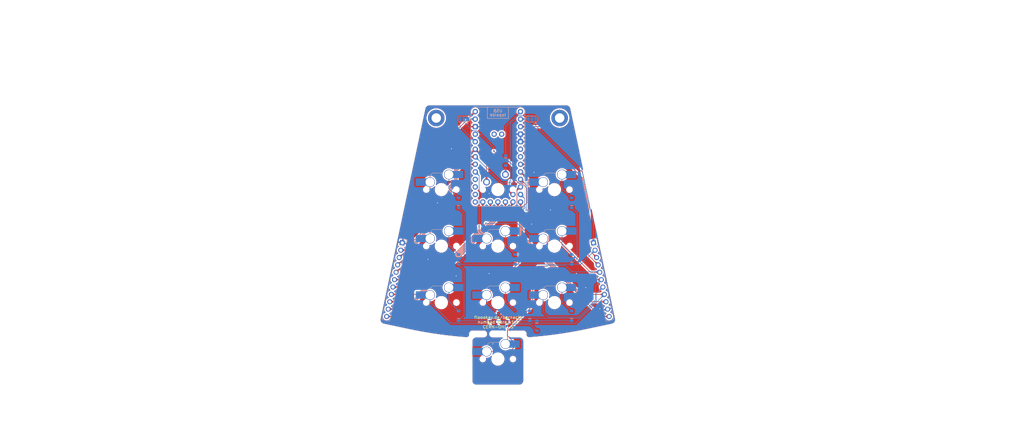
<source format=kicad_pcb>
(kicad_pcb (version 20241229) (generator "pcbnew") (generator_version "9.0")
  (layers (0 "F.Cu" signal) (2 "B.Cu" signal) (13 "F.Paste" user) (15 "B.Paste" user) (5 "F.SilkS" user "F.Silkscreen") (7 "B.SilkS" user "B.Silkscreen") (1 "F.Mask" user) (3 "B.Mask" user) (25 "Edge.Cuts" user))
  (net 0 "")
  (net 1 "col5")
  (net 2 "Net-(D1-A)")
  (net 3 "row2")
  (net 4 "row0")
  (net 5 "col4")
  (net 6 "col2")
  (net 7 "col3")
  (net 8 "row1")
  (net 9 "row3")
  (net 10 "col0")
  (net 11 "col1")
  (net 12 "col8")
  (net 13 "row5")
  (net 14 "col10")
  (net 15 "col6")
  (net 16 "GND")
  (net 17 "col9")
  (net 18 "row4")
  (net 19 "col7")
  (net 20 "col11")
  (net 21 "Net-(D2-A)")
  (net 22 "Net-(D3-A)")
  (net 23 "Net-(D4-A)")
  (net 24 "Net-(D5-A)")
  (net 27 "Net-(D6-A)")
  (net 28 "enc2")
  (net 29 "enc3")
  (net 30 "Net-(D7-A)")
  (net 32 "Net-(D8-A)")
  (net 33 "Net-(D9-A)")
  (net 34 "rgb")
  (net 35 "sda")
  (net 36 "vcc")
  (net 37 "scl")
  (net 38 "enc1")
  (net 39 "vccrgb")
  (net 40 "enc0")
  (net 41 "Net-(JP3-B)")
  (net 42 "Net-(JP3-A)")
  (net 43 "Net-(JP4-A)")
  (net 44 "Net-(D10-A)")
  (footprint "MountingHole:MountingHole_3.2mm_M3_DIN965_Pad" (layer "F.Cu") (at 219.0026 138.860167)
    (property "Reference" "H2" (hide yes))
    (property "Value" "MountingHole")
  )
  (footprint "MountingHole:MountingHole_3.2mm_M3_DIN965_Pad" (layer "F.Cu") (at 177.4406 138.860167)
    (property "Reference" "H1" (hide yes))
    (property "Value" "MountingHole")
  )
  (footprint "Symbol:OSHW-Symbol_6.7x6mm_Copper" (layer "F.Cu") (at 198.4375 207.168924)
    (property "Reference" "REF**" (hide yes))
    (property "Value" "OSHW-Symbol_6.7x6mm_Copper" (hide yes))
  )
  (footprint "PCM_marbastlib-mx:SW_MX_1u" (layer "F.Cu") (at 198.195 163)
    (property "Reference" "SW2" (hide yes))
    (property "Value" "SW_Push_45deg")
  )
  (footprint "Connector_PinHeader_2.54mm:PinHeader_1x11_P2.54mm_Vertical" (layer "B.Cu") (at 230.399607 180.945708 -168)
    (property "Reference" "J2" (hide yes))
    (property "Value" "Conn_01x11")
  )
  (footprint "PCM_marbastlib-mx:SW_MX_HS_S_CPG151101S11_1u" (layer "B.Cu") (at 198.195 220.15 180)
    (property "Reference" "SW10" (hide yes))
    (property "Value" "SW_Push_45deg" (hide yes))
  )
  (footprint "PCM_marbastlib-mx:SW_MX_HS_S_CPG151101S11_1u" (layer "B.Cu") (at 179.145 182.05 180)
    (property "Reference" "SW4" (hide yes))
    (property "Value" "SW_Push_45deg")
  )
  (footprint "Connector_PinHeader_2.54mm:PinHeader_1x11_P2.54mm_Vertical" (layer "B.Cu") (at 166.008871 180.945708 168)
    (property "Reference" "J1" (hide yes))
    (property "Value" "Conn_01x11")
  )
  (footprint "PCM_marbastlib-mx:SW_MX_HS_S_CPG151101S11_1u" (layer "B.Cu") (at 198.195 201.1 180)
    (property "Reference" "SW8" (hide yes))
    (property "Value" "SW_Push_45deg")
  )
  (footprint "barnacle:D_SOD-123-minimal" (layer "B.Cu") (at 184.94375 186.53125 90)
    (property "Reference" "D4" (hide yes))
    (property "Value" "D")
  )
  (footprint "Jumper:SolderJumper-3_P1.3mm_Open_RoundedPad1.0x1.5mm" (layer "B.Cu") (at 209.677 139.192 180)
    (property "Reference" "JP3" (hide yes))
    (property "Value" "Jumper_3_Open")
  )
  (footprint "barnacle:D_SOD-123-minimal" (layer "B.Cu") (at 184.94375 205.58125 90)
    (property "Reference" "D7" (hide yes))
    (property "Value" "D")
  )
  (footprint "barnacle:D_SOD-123-minimal" (layer "B.Cu") (at 223.04375 167.48125 90)
    (property "Reference" "D3" (hide yes))
    (property "Value" "D")
  )
  (footprint "barnacle:D_SOD-123-minimal" (layer "B.Cu") (at 200.81875 153.19375 -90)
    (property "Reference" "D2" (hide yes))
    (property "Value" "D")
  )
  (footprint "PCM_marbastlib-xp-promicroish:Helios_AH_USBup" (layer "B.Cu") (at 198.200946 153.2 180)
    (property "Reference" "U1" (hide yes))
    (property "Value" "Helios")
  )
  (footprint "barnacle:D_SOD-123-minimal" (layer "B.Cu") (at 223.04375 186.53125 90)
    (property "Reference" "D6" (hide yes))
    (property "Value" "D")
  )
  (footprint "barnacle:D_SOD-123-minimal" (layer "B.Cu") (at 223.04375 205.58125 90)
    (property "Reference" "D9" (hide yes))
    (property "Value" "D")
  )
  (footprint "PCM_marbastlib-mx:SW_MX_HS_S_CPG151101S11_1u" (layer "B.Cu") (at 217.245 182.05 180)
    (property "Reference" "SW6" (hide yes))
    (property "Value" "SW_Push_45deg")
  )
  (footprint "barnacle:D_SOD-123-minimal" (layer "B.Cu") (at 208.954863 205.58125 90)
    (property "Reference" "D8" (hide yes))
    (property "Value" "D")
  )
  (footprint "barnacle:D_SOD-123-minimal" (layer "B.Cu") (at 184.94375 167.48125 90)
    (property "Reference" "D1" (hide yes))
    (property "Value" "D")
  )
  (footprint "PCM_marbastlib-mx:SW_MX_HS_S_CPG151101S11_1u" (layer "B.Cu") (at 217.245 163 180)
    (property "Reference" "SW3" (hide yes))
    (property "Value" "SW_Push_45deg")
  )
  (footprint "PCM_marbastlib-mx:SW_MX_HS_S_CPG151101S11_1u" (layer "B.Cu") (at 179.145 163 180)
    (property "Reference" "SW1" (hide yes))
    (property "Value" "SW_Push_45deg")
  )
  (footprint "PCM_marbastlib-mx:SW_MX_HS_S_CPG151101S11_1u" (layer "B.Cu") (at 217.245 201.1 180)
    (property "Reference" "SW9" (hide yes))
    (property "Value" "SW_Push_45deg")
  )
  (footprint "Jumper:SolderJumper-3_P1.3mm_Open_RoundedPad1.0x1.5mm" (layer "B.Cu") (at 186.69 139.192 180)
    (property "Reference" "JP4" (hide yes))
    (property "Value" "Jumper_3_Open")
  )
  (footprint "barnacle:D_SOD-123-minimal" (layer "B.Cu") (at 211.336115 208.954863 -90)
    (property "Reference" "D10" (hide yes))
    (property "Value" "D" (hide yes))
  )
  (footprint "barnacle:D_SOD-123-minimal" (layer "B.Cu") (at 203.99375 186.53125 90)
    (property "Reference" "D5" (hide yes))
    (property "Value" "D")
  )
  (footprint "PCM_marbastlib-mx:SW_MX_HS_S_CPG151101S11_1u" (layer "B.Cu") (at 179.145 201.1 180)
    (property "Reference" "SW7" (hide yes))
    (property "Value" "SW_Push_45deg")
  )
  (footprint "PCM_marbastlib-mx:SW_MX_HS_S_CPG151101S11_1u" (layer "B.Cu") (at 198.195 182.05 180)
    (property "Reference" "SW5" (hide yes))
    (property "Value" "SW_Push_45deg")
  )
  (gr_arc (start 228.182275 210.148728) (mid 218.529391 211.860023) (end 208.78258 212.911875) (stroke (width 0.05)) (layer "Edge.Cuts"))
  (gr_line (start 205.415373 212.676928) (end 202.946623 212.676928) (stroke (width 0.05)) (layer "Edge.Cuts"))
  (gr_line (start 206.915373 227.433181) (end 206.915373 214.176931) (stroke (width 0.05)) (layer "Edge.Cuts"))
  (gr_line (start 189.452873 214.176929) (end 189.452873 227.433177) (stroke (width 0.05)) (layer "Edge.Cuts"))
  (gr_arc (start 188.659123 211.676927) (mid 188.952016 210.969821) (end 189.659122 210.676928) (stroke (width 0.05)) (layer "Edge.Cuts"))
  (gr_line (start 159.715689 208.348314) (end 168.185996 210.148733) (stroke (width 0.05)) (layer "Edge.Cuts"))
  (gr_arc (start 221.259823 134.430973) (mid 222.203779 134.765237) (end 222.726998 135.619105) (stroke (width 0.05)) (layer "Edge.Cuts"))
  (gr_line (start 236.646391 208.349624) (end 228.182275 210.148728) (stroke (width 0.05)) (layer "Edge.Cuts"))
  (gr_arc (start 188.659123 211.914575) (mid 188.339764 212.647193) (end 187.585667 212.911875) (stroke (width 0.05)) (layer "Edge.Cuts"))
  (gr_line (start 175.10847 134.430973) (end 221.259823 134.430973) (stroke (width 0.05)) (layer "Edge.Cuts"))
  (gr_arc (start 202.946623 212.676928) (mid 201.946626 211.676931) (end 202.946623 210.676934) (stroke (width 0.05)) (layer "Edge.Cuts"))
  (gr_arc (start 237.807903 206.569181) (mid 237.59868 207.698025) (end 236.646391 208.349624) (stroke (width 0.05)) (layer "Edge.Cuts"))
  (gr_line (start 222.726998 135.619105) (end 237.807903 206.569181) (stroke (width 0.05)) (layer "Edge.Cuts"))
  (gr_arc (start 199.946623 210.676928) (mid 200.946623 211.676928) (end 199.946623 212.676928) (stroke (width 0.05)) (layer "Edge.Cuts"))
  (gr_line (start 193.421623 212.676928) (end 190.952874 212.676928) (stroke (width 0.05)) (layer "Edge.Cuts"))
  (gr_line (start 189.659122 210.676928) (end 193.421623 210.676928) (stroke (width 0.05)) (layer "Edge.Cuts"))
  (gr_arc (start 193.421623 210.676928) (mid 194.421623 211.676928) (end 193.421623 212.676928) (stroke (width 0.05)) (layer "Edge.Cuts"))
  (gr_line (start 158.560334 206.569224) (end 173.641248 135.619104) (stroke (width 0.05)) (layer "Edge.Cuts"))
  (gr_arc (start 189.452873 214.176929) (mid 189.892213 213.116268) (end 190.952874 212.676928) (stroke (width 0.05)) (layer "Edge.Cuts"))
  (gr_arc (start 196.421623 212.676928) (mid 195.421623 211.676928) (end 196.421623 210.676928) (stroke (width 0.05)) (layer "Edge.Cuts"))
  (gr_line (start 188.659123 211.914576) (end 188.659123 211.676928) (stroke (width 0.05)) (layer "Edge.Cuts"))
  (gr_arc (start 206.915373 227.433181) (mid 206.476034 228.49384) (end 205.415373 228.933181) (stroke (width 0.05)) (layer "Edge.Cuts"))
  (gr_line (start 202.946623 210.676934) (end 206.709123 210.676928) (stroke (width 0.05)) (layer "Edge.Cuts"))
  (gr_line (start 196.421623 210.676928) (end 199.946623 210.676928) (stroke (width 0.05)) (layer "Edge.Cuts"))
  (gr_arc (start 173.641248 135.619104) (mid 174.164489 134.765254) (end 175.10847 134.430973) (stroke (width 0.05)) (layer "Edge.Cuts"))
  (gr_arc (start 190.952874 228.933178) (mid 189.892213 228.493838) (end 189.452873 227.433177) (stroke (width 0.05)) (layer "Edge.Cuts"))
  (gr_line (start 196.421623 212.676928) (end 199.946623 212.676928) (stroke (width 0.05)) (layer "Edge.Cuts"))
  (gr_line (start 190.952874 228.933178) (end 205.415373 228.933181) (stroke (width 0.05)) (layer "Edge.Cuts"))
  (gr_arc (start 206.709123 210.676928) (mid 207.416231 210.969821) (end 207.709123 211.668961) (stroke (width 0.05)) (layer "Edge.Cuts"))
  (gr_line (start 207.709138 211.909084) (end 207.709123 211.667101) (stroke (width 0.05)) (layer "Edge.Cuts"))
  (gr_arc (start 159.715689 208.348314) (mid 158.76955 207.698051) (end 158.560334 206.569224) (stroke (width 0.05)) (layer "Edge.Cuts"))
  (gr_arc (start 208.782579 212.911875) (mid 208.02848 212.647194) (end 207.709123 211.909084) (stroke (width 0.05)) (layer "Edge.Cuts"))
  (gr_arc (start 205.415373 212.676928) (mid 206.476034 213.116268) (end 206.915373 214.176931) (stroke (width 0.05)) (layer "Edge.Cuts"))
  (gr_arc (start 187.585667 212.911875) (mid 177.838858 211.860024) (end 168.185996 210.148733) (stroke (width 0.05)) (layer "Edge.Cuts"))
  (gr_text "floookay.de/barnacle\nnumpad core v1.1\nCERN-OHL-S" (at 198.275 209.9 0) (layer "F.SilkS") (effects (font (size 1 1)) (justify bottom)))
  (segment (start 162.840297 195.852677) (end 173.021862 195.852677) (width 0.2) (layer "F.Cu") (net 1))
  (segment (start 173.021862 195.852677) (end 193.120946 175.753593) (width 0.2) (layer "F.Cu") (net 1))
  (segment (start 193.120946 175.41875) (end 193.120946 167.17) (width 0.2) (layer "F.Cu") (net 1))
  (segment (start 193.120946 175.753593) (end 193.120946 175.41875) (width 0.2) (layer "F.Cu") (net 1))
  (segment (start 193.172946 175.41875) (end 194.217722 174.373974) (width 0.2) (layer "F.Cu") (net 1))
  (segment (start 193.120946 175.41875) (end 193.172946 175.41875) (width 0.2) (layer "F.Cu") (net 1))
  (via (at 194.217722 174.373974) (size 0.6) (drill 0.3) (layers "F.Cu" "B.Cu") (net 1))
  (segment (start 204.748974 174.373974) (end 209.885 179.51) (width 0.2) (layer "B.Cu") (net 1))
  (segment (start 194.217722 174.373974) (end 204.748974 174.373974) (width 0.2) (layer "B.Cu") (net 1))
  (segment (start 184.94375 165.83125) (end 181.685 162.5725) (width 0.2) (layer "B.Cu") (net 2))
  (segment (start 181.685 162.5725) (end 181.685 157.92) (width 0.2) (layer "B.Cu") (net 2))
  (segment (start 167.265435 203.306162) (end 200.740946 169.830651) (width 0.2) (layer "F.Cu") (net 3))
  (segment (start 161.25601 203.306162) (end 167.265435 203.306162) (width 0.2) (layer "F.Cu") (net 3))
  (segment (start 200.740946 169.830651) (end 200.740946 167.17) (width 0.2) (layer "F.Cu") (net 3))
  (segment (start 162.312201 198.337172) (end 171.103053 198.337172) (width 0.2) (layer "F.Cu") (net 4))
  (segment (start 171.103053 198.337172) (end 195.660946 173.779279) (width 0.2) (layer "F.Cu") (net 4))
  (segment (start 195.660946 173.779279) (end 195.660946 167.17) (width 0.2) (layer "F.Cu") (net 4))
  (segment (start 191.29375 177.00625) (end 191.89 176.41) (width 0.2) (layer "F.Cu") (net 5))
  (segment (start 191.89 176.41) (end 191.89 175.41875) (width 0.2) (layer "F.Cu") (net 5))
  (segment (start 191.29375 177.015103) (end 191.29375 177.00625) (width 0.2) (layer "F.Cu") (net 5))
  (segment (start 174.94067 193.368183) (end 191.29375 177.015103) (width 0.2) (layer "F.Cu") (net 5))
  (segment (start 163.368394 193.368183) (end 174.94067 193.368183) (width 0.2) (layer "F.Cu") (net 5))
  (via (at 191.89 175.41875) (size 0.6) (drill 0.3) (layers "F.Cu" "B.Cu") (net 5))
  (segment (start 191.89 158.319054) (end 191.89 175.41875) (width 0.2) (layer "B.Cu") (net 5))
  (segment (start 191.89 175.41875) (end 191.89 177.015) (width 0.2) (layer "B.Cu") (net 5))
  (segment (start 191.89 177.015) (end 194.385 179.51) (width 0.2) (layer "B.Cu") (net 5))
  (segment (start 190.580946 157.01) (end 191.89 158.319054) (width 0.2) (layer "B.Cu") (net 5))
  (segment (start 188.606632 151.93) (end 190.580946 151.93) (width 0.2) (layer "F.Cu") (net 6))
  (segment (start 164.424584 188.399193) (end 167.779032 185.044745) (width 0.2) (layer "F.Cu") (net 6))
  (segment (start 184.035 160.224436) (end 184.035 156.501632) (width 0.2) (layer "F.Cu") (net 6))
  (segment (start 182.16875 169.264314) (end 182.16875 162.090686) (width 0.2) (layer "F.Cu") (net 6))
  (segment (start 167.779032 185.044745) (end 167.779032 183.654032) (width 0.2) (layer "F.Cu") (net 6))
  (segment (start 182.16875 162.090686) (end 184.035 160.224436) (width 0.2) (layer "F.Cu") (net 6))
  (segment (start 167.779032 183.654032) (end 182.16875 169.264314) (width 0.2) (layer "F.Cu") (net 6))
  (segment (start 184.035 156.501632) (end 188.606632 151.93) (width 0.2) (layer "F.Cu") (net 6))
  (segment (start 209.885 160.46) (end 209.595 160.75) (width 0.2) (layer "B.Cu") (net 6))
  (segment (start 209.595 160.75) (end 199.400946 160.75) (width 0.2) (layer "B.Cu") (net 6))
  (segment (start 199.400946 160.75) (end 190.580946 151.93) (width 0.2) (layer "B.Cu") (net 6))
  (segment (start 168.179032 183.819718) (end 172.48875 179.51) (width 0.2) (layer "F.Cu") (net 7))
  (segment (start 182.56875 162.256372) (end 184.435 160.390122) (width 0.2) (layer "F.Cu") (net 7))
  (segment (start 166.375982 188.404194) (end 166.375982 187.013481) (width 0.2) (layer "F.Cu") (net 7))
  (segment (start 175.335 176.66375) (end 182.56875 169.43) (width 0.2) (layer "F.Cu") (net 7))
  (segment (start 163.896488 190.883688) (end 166.375982 188.404194) (width 0.2) (layer "F.Cu") (net 7))
  (segment (start 186.632318 154.47) (end 190.580946 154.47) (width 0.2) (layer "F.Cu") (net 7))
  (segment (start 172.48875 179.51) (end 175.335 179.51) (width 0.2) (layer "F.Cu") (net 7))
  (segment (start 168.179032 185.210431) (end 168.179032 183.819718) (width 0.2) (layer "F.Cu") (net 7))
  (segment (start 184.435 160.390122) (end 184.435 156.667318) (width 0.2) (layer "F.Cu") (net 7))
  (segment (start 184.435 156.667318) (end 186.632318 154.47) (width 0.2) (layer "F.Cu") (net 7))
  (segment (start 182.56875 169.43) (end 182.56875 162.256372) (width 0.2) (layer "F.Cu") (net 7))
  (segment (start 166.375982 187.013481) (end 168.179032 185.210431) (width 0.2) (layer "F.Cu") (net 7))
  (segment (start 175.335 179.51) (end 175.335 176.66375) (width 0.2) (layer "F.Cu") (net 7))
  (segment (start 161.784105 200.821667) (end 169.184244 200.821667) (width 0.2) (layer "F.Cu") (net 8))
  (segment (start 169.184244 200.821667) (end 198.200946 171.804965) (width 0.2) (layer "F.Cu") (net 8))
  (segment (start 198.200946 171.804965) (end 198.200946 167.17) (width 0.2) (layer "F.Cu") (net 8))
  (segment (start 203.280946 167.856337) (end 202.068533 169.06875) (width 0.2) (layer "F.Cu") (net 9))
  (segment (start 165.346626 205.790657) (end 202.068533 169.06875) (width 0.2) (layer "F.Cu") (net 9))
  (segment (start 160.727914 205.790657) (end 165.346626 205.790657) (width 0.2) (layer "F.Cu") (net 9))
  (segment (start 203.280946 167.17) (end 203.280946 167.856337) (width 0.2) (layer "F.Cu") (net 9))
  (segment (start 175.335 160.46) (end 175.335 151.935946) (width 0.2) (layer "F.Cu") (net 10))
  (segment (start 175.335 174.778059) (end 175.335 160.46) (width 0.2) (layer "F.Cu") (net 10))
  (segment (start 175.335 151.935946) (end 190.580946 136.69) (width 0.2) (layer "F.Cu") (net 10))
  (segment (start 165.480775 183.430203) (end 166.682856 183.430203) (width 0.2) (layer "F.Cu") (net 10))
  (segment (start 166.682856 183.430203) (end 175.335 174.778059) (width 0.2) (layer "F.Cu") (net 10))
  (segment (start 181.76875 169.098628) (end 181.76875 161.925) (width 0.2) (layer "F.Cu") (net 11))
  (segment (start 183.635 160.05875) (end 183.635 156.335946) (width 0.2) (layer "F.Cu") (net 11))
  (segment (start 190.580946 149.39) (end 194.385 153.194054) (width 0.2) (layer "F.Cu") (net 11))
  (segment (start 194.385 153.194054) (end 194.385 160.46) (width 0.2) (layer "F.Cu") (net 11))
  (segment (start 183.635 156.335946) (end 190.580946 149.39) (width 0.2) (layer "F.Cu") (net 11))
  (segment (start 181.76875 161.925) (end 183.635 160.05875) (width 0.2) (layer "F.Cu") (net 11))
  (segment (start 164.95268 185.914698) (end 181.76875 169.098628) (width 0.2) (layer "F.Cu") (net 11))
  (segment (start 209.885326 171.908424) (end 207.860337 169.883435) (width 0.2) (layer "F.Cu") (net 12))
  (segment (start 222.052742 193.368184) (end 214.764154 186.079596) (width 0.2) (layer "F.Cu") (net 12))
  (segment (start 214.764154 186.079596) (end 214.764154 180.938563) (width 0.2) (layer "F.Cu") (net 12))
  (segment (start 215.385 180.317717) (end 215.385 177.408098) (width 0.2) (layer "F.Cu") (net 12))
  (segment (start 215.385 177.408098) (end 209.885326 171.908424) (width 0.2) (layer "F.Cu") (net 12))
  (segment (start 214.764154 180.938563) (end 215.385 180.317717) (width 0.2) (layer "F.Cu") (net 12))
  (segment (start 207.756915 161.485969) (end 207.7625 161.485969) (width 0.2) (layer "F.Cu") (net 12))
  (segment (start 205.820946 159.55) (end 207.756915 161.485969) (width 0.2) (layer "F.Cu") (net 12))
  (segment (start 207.860337 169.883435) (end 207.765871 169.883435) (width 0.2) (layer "F.Cu") (net 12))
  (segment (start 233.040086 193.368184) (end 222.052742 193.368184) (width 0.2) (layer "F.Cu") (net 12))
  (via (at 207.7625 161.485969) (size 0.6) (drill 0.3) (layers "F.Cu" "B.Cu") (net 12))
  (via (at 207.765871 169.883435) (size 0.6) (drill 0.3) (layers "F.Cu" "B.Cu") (net 12))
  (segment (start 225.327077 205.975) (end 231.012007 200.29007) (width 0.2) (layer "B.Cu") (net 12))
  (segment (start 231.012007 195.396263) (end 233.040086 193.368184) (width 0.2) (layer "B.Cu") (net 12))
  (segment (start 207.765871 169.883435) (end 207.79614 169.853166) (width 0.2) (layer "B.Cu") (net 12))
  (segment (start 215.10625 205.975) (end 225.327077 205.975) (width 0.2) (layer "B.Cu") (net 12))
  (segment (start 213.435 204.30375) (end 215.10625 205.975) (width 0.2) (layer "B.Cu") (net 12))
  (segment (start 207.79614 169.853166) (end 207.79614 161.519609) (width 0.2) (layer "B.Cu") (net 12))
  (segment (start 207.79614 161.519609) (end 207.7625 161.485969) (width 0.2) (layer "B.Cu") (net 12))
  (segment (start 231.012007 200.29007) (end 231.012007 195.396263) (width 0.2) (layer "B.Cu") (net 12))
  (segment (start 213.435 198.56) (end 213.435 204.30375) (width 0.2) (layer "B.Cu") (net 12))
  (segment (start 186.81 190.0475) (end 184.94375 188.18125) (width 0.2) (layer "B.Cu") (net 13))
  (segment (start 184.94375 207.23125) (end 186.81 205.365) (width 0.2) (layer "B.Cu") (net 13))
  (segment (start 230.927702 183.430203) (end 226.176655 188.18125) (width 0.2) (layer "B.Cu") (net 13))
  (segment (start 224.91 186.315) (end 224.91 170.9975) (width 0.2) (layer "B.Cu") (net 13))
  (segment (start 184.94375 207.23125) (end 223.04375 207.23125) (width 0.2) (layer "B.Cu") (net 13))
  (segment (start 200.81875 151.54375) (end 200.81875 141.692196) (width 0.2) (layer "B.Cu") (net 13))
  (segment (start 224.91 170.9975) (end 223.04375 169.13125) (width 0.2) (layer "B.Cu") (net 13))
  (segment (start 186.81 186.315) (end 186.81 170.9975) (width 0.2) (layer "B.Cu") (net 13))
  (segment (start 223.04375 188.18125) (end 184.94375 188.18125) (width 0.2) (layer "B.Cu") (net 13))
  (segment (start 186.81 170.9975) (end 184.94375 169.13125) (width 0.2) (layer "B.Cu") (net 13))
  (segment (start 200.81875 141.692196) (end 205.820946 136.69) (width 0.2) (layer "B.Cu") (net 13))
  (segment (start 226.176655 188.18125) (end 223.04375 188.18125) (width 0.2) (layer "B.Cu") (net 13))
  (segment (start 223.04375 188.18125) (end 224.91 186.315) (width 0.2) (layer "B.Cu") (net 13))
  (segment (start 186.81 205.365) (end 186.81 190.0475) (width 0.2) (layer "B.Cu") (net 13))
  (segment (start 184.94375 188.18125) (end 186.81 186.315) (width 0.2) (layer "B.Cu") (net 13))
  (segment (start 226.663868 158.99282) (end 222.141048 154.47) (width 0.2) (layer "F.Cu") (net 14))
  (segment (start 222.141048 154.47) (end 205.820946 154.47) (width 0.2) (layer "F.Cu") (net 14))
  (segment (start 228.499406 167.628364) (end 226.663868 158.99282) (width 0.2) (layer "F.Cu") (net 14))
  (segment (start 231.983894 188.399193) (end 228.499406 184.914705) (width 0.2) (layer "F.Cu") (net 14))
  (segment (start 228.499406 184.914705) (end 228.499406 167.628364) (width 0.2) (layer "F.Cu") (net 14))
  (segment (start 206.620946 169.671334) (end 207.19614 169.09614) (width 0.2) (layer "F.Cu") (net 15))
  (segment (start 234.096277 198.337172) (end 226.456044 198.337172) (width 0.2) (layer "F.Cu") (net 15))
  (segment (start 226.456044 198.337172) (end 224.006311 195.887439) (width 0.2) (layer "F.Cu") (net 15))
  (segment (start 224.006311 195.887439) (end 206.940686 178.821814) (width 0.2) (layer "F.Cu") (net 15))
  (segment (start 206.620946 178.502074) (end 206.620946 170.65625) (width 0.2) (layer "F.Cu") (net 15))
  (segment (start 206.940686 178.821814) (end 206.620946 178.502074) (width 0.2) (layer "F.Cu") (net 15))
  (segment (start 206.620946 170.65625) (end 206.620946 169.671334) (width 0.2) (layer "F.Cu") (net 15))
  (via (at 207.19614 169.09614) (size 0.6) (drill 0.3) (layers "F.Cu" "B.Cu") (net 15))
  (segment (start 224.377586 208.055863) (end 182.497411 208.055863) (width 0.2) (layer "B.Cu") (net 15))
  (segment (start 207.16875 165.977804) (end 205.820946 164.63) (width 0.2) (layer "B.Cu") (net 15))
  (segment (start 182.497411 208.055863) (end 181.883274 207.441726) (width 0.2) (layer "B.Cu") (net 15))
  (segment (start 181.883274 207.441726) (end 182.422798 207.98125) (width 0.2) (layer "B.Cu") (net 15))
  (segment (start 234.096277 198.337172) (end 224.377586 208.055863) (width 0.2) (layer "B.Cu") (net 15))
  (segment (start 175.335 198.56) (end 175.335 200.893452) (width 0.2) (layer "B.Cu") (net 15))
  (segment (start 207.16875 169.06875) (end 207.16875 165.977804) (width 0.2) (layer "B.Cu") (net 15))
  (segment (start 194.45 207.98125) (end 194.46875 207.9625) (width 0.2) (layer "B.Cu") (net 15))
  (segment (start 207.19614 169.09614) (end 207.16875 169.06875) (width 0.2) (layer "B.Cu") (net 15))
  (segment (start 175.335 200.893452) (end 181.883274 207.441726) (width 0.2) (layer "B.Cu") (net 15))
  (via (at 232.56875 203.2) (size 0.6) (drill 0.3) (layers "F.Cu" "B.Cu") (net 16))
  (via (at 177.8 167.48125) (size 0.6) (drill 0.3) (layers "F.Cu" "B.Cu") (net 16))
  (via (at 227.80625 196.05625) (size 0.6) (drill 0.3) (layers "F.Cu" "B.Cu") (net 16))
  (via (at 195.2625 191.29375) (size 0.6) (drill 0.3) (layers "F.Cu" "B.Cu") (net 16))
  (via (at 182.5625 149.225) (size 0.6) (drill 0.3) (layers "F.Cu" "B.Cu") (net 16))
  (via (at 184.15 192.0875) (size 0.6) (drill 0.3) (layers "F.Cu" "B.Cu") (net 16))
  (via (at 174.625 186.53125) (size 0.6) (drill 0.3) (layers "F.Cu" "B.Cu") (net 16))
  (via (at 209.55 174.625) (size 0.6) (drill 0.3) (layers "F.Cu" "B.Cu") (net 16))
  (via (at 224.63125 191.29375) (size 0.6) (drill 0.3) (layers "F.Cu" "B.Cu") (net 16))
  (via (at 195.2625 164.30625) (size 0.6) (drill 0.3) (layers "F.Cu" "B.Cu") (net 16))
  (via (at 210.34375 157.1625) (size 0.6) (drill 0.3) (layers "F.Cu" "B.Cu") (net 16))
  (via (at 196.5 215) (size 0.6) (drill 0.3) (layers "F.Cu" "B.Cu") (net 16))
  (via (at 215.9 169.8625) (size 0.6) (drill 0.3) (layers "F.Cu" "B.Cu") (net 16))
  (segment (start 201.425 210.675) (end 209.9 202.2) (width 0.2) (layer "F.Cu") (net 17))
  (segment (start 208.3625 169.819912) (end 208.3625 159.551554) (width 0.2) (layer "F.Cu") (net 17))
  (segment (start 208.3625 159.551554) (end 205.820946 157.01) (width 0.2) (layer "F.Cu") (net 17))
  (segment (start 201.425 212.275) (end 201.425 210.675) (width 0.2) (layer "F.Cu") (net 17))
  (segment (start 203.525 214.375) (end 201.425 212.275) (width 0.2) (layer "F.Cu") (net 17))
  (segment (start 202.19 217.61) (end 203.525 216.275) (width 0.2) (layer "F.Cu") (net 17))
  (segment (start 209.9 190.675) (end 211.79375 188.78125) (width 0.2) (layer "F.Cu") (net 17))
  (segment (start 232.51199 190.883688) (end 229.426276 190.883688) (width 0.2) (layer "F.Cu") (net 17))
  (segment (start 194.385 217.61) (end 202.19 217.61) (width 0.2) (layer "F.Cu") (net 17))
  (segment (start 229.426276 190.883688) (end 208.3625 169.819912) (width 0.2) (layer "F.Cu") (net 17))
  (segment (start 203.525 216.275) (end 203.525 214.375) (width 0.2) (layer "F.Cu") (net 17))
  (segment (start 211.79375 188.78125) (end 214.65 188.78125) (width 0.2) (layer "F.Cu") (net 17))
  (segment (start 209.9 202.2) (end 209.9 190.675) (width 0.2) (layer "F.Cu") (net 17))
  (via (at 214.65 188.78125) (size 0.6) (drill 0.3) (layers "F.Cu" "B.Cu") (net 17))
  (segment (start 214.849 188.58225) (end 221.025 188.58225) (width 0.2) (layer "B.Cu") (net 17))
  (segment (start 221.025 188.58225) (end 223.1355 190.69275) (width 0.2) (layer "B.Cu") (net 17))
  (segment (start 214.65 188.78125) (end 214.849 188.58225) (width 0.2) (layer "B.Cu") (net 17))
  (segment (start 223.1355 190.69275) (end 232.321052 190.69275) (width 0.2) (layer "B.Cu") (net 17))
  (segment (start 232.321052 190.69275) (end 232.51199 190.883688) (width 0.2) (layer "B.Cu") (net 17))
  (segment (start 232.778157 205.790657) (end 205.820946 178.833446) (width 0.2) (layer "F.Cu") (net 18))
  (segment (start 235.680564 205.790657) (end 232.778157 205.790657) (width 0.2) (layer "F.Cu") (net 18))
  (segment (start 205.820946 178.833446) (end 205.820946 167.17) (width 0.2) (layer "F.Cu") (net 18))
  (segment (start 204.620946 168.26875) (end 205.420946 169.06875) (width 0.2) (layer "F.Cu") (net 19))
  (segment (start 204.620946 163.29) (end 204.620946 168.26875) (width 0.2) (layer "F.Cu") (net 19))
  (segment (start 205.420946 187.524054) (end 194.385 198.56) (width 0.2) (layer "F.Cu") (net 19))
  (segment (start 205.420946 169.06875) (end 205.420946 187.524054) (width 0.2) (layer "F.Cu") (net 19))
  (segment (start 205.820946 162.09) (end 204.620946 163.29) (width 0.2) (layer "F.Cu") (net 19))
  (segment (start 199.866548 206.375) (end 225.492763 206.375) (width 0.2) (layer "B.Cu") (net 19))
  (segment (start 194.385 200.893452) (end 199.866548 206.375) (width 0.2) (layer "B.Cu") (net 19))
  (segment (start 225.492763 206.375) (end 231.412007 200.455756) (width 0.2) (layer "B.Cu") (net 19))
  (segment (start 194.385 198.56) (end 194.385 200.893452) (width 0.2) (layer "B.Cu") (net 19))
  (segment (start 231.412007 200.455756) (end 231.412007 198.008851) (width 0.2) (layer "B.Cu") (net 19))
  (segment (start 231.412007 198.008851) (end 233.568181 195.852677) (width 0.2) (layer "B.Cu") (net 19))
  (segment (start 216.149848 141.77) (end 205.820946 141.77) (width 0.2) (layer "F.Cu") (net 20))
  (segment (start 228.899406 183.358305) (end 228.899406 167.586325) (width 0.2) (layer "F.Cu") (net 20))
  (segment (start 225.372272 150.992424) (end 216.149848 141.77) (width 0.2) (layer "F.Cu") (net 20))
  (segment (start 228.899406 167.586325) (end 225.372272 150.992424) (width 0.2) (layer "F.Cu") (net 20))
  (segment (start 231.455799 185.914698) (end 228.899406 183.358305) (width 0.2) (layer "F.Cu") (net 20))
  (segment (start 200.81875 157.83625) (end 200.735 157.92) (width 0.2) (layer "B.Cu") (net 21))
  (segment (start 200.81875 154.84375) (end 200.81875 157.83625) (width 0.2) (layer "B.Cu") (net 21))
  (segment (start 223.04375 165.83125) (end 219.785 162.5725) (width 0.2) (layer "B.Cu") (net 22))
  (segment (start 219.785 162.5725) (end 219.785 157.92) (width 0.2) (layer "B.Cu") (net 22))
  (segment (start 184.94375 184.88125) (end 181.685 181.6225) (width 0.2) (layer "B.Cu") (net 23))
  (segment (start 181.685 181.6225) (end 181.685 176.97) (width 0.2) (layer "B.Cu") (net 23))
  (segment (start 203.99375 184.88125) (end 200.735 181.6225) (width 0.2) (layer "B.Cu") (net 24))
  (segment (start 200.735 181.6225) (end 200.735 176.97) (width 0.2) (layer "B.Cu") (net 24))
  (segment (start 219.785 181.6225) (end 219.785 176.97) (width 0.2) (layer "B.Cu") (net 27))
  (segment (start 223.04375 184.88125) (end 219.785 181.6225) (width 0.2) (layer "B.Cu") (net 27))
  (segment (start 181.685 200.6725) (end 181.685 196.02) (width 0.2) (layer "B.Cu") (net 30))
  (segment (start 184.94375 203.93125) (end 181.685 200.6725) (width 0.2) (layer "B.Cu") (net 30))
  (segment (start 200.735 200.6725) (end 200.735 196.02) (width 0.2) (layer "B.Cu") (net 32))
  (segment (start 203.99375 203.93125) (end 200.735 200.6725) (width 0.2) (layer "B.Cu") (net 32))
  (segment (start 223.04375 203.93125) (end 219.785 200.6725) (width 0.2) (layer "B.Cu") (net 33))
  (segment (start 219.785 200.6725) (end 219.785 196.02) (width 0.2) (layer "B.Cu") (net 33))
  (segment (start 227.549531 161.235649) (end 226.683759 157.1625) (width 0.2) (layer "B.Cu") (net 34))
  (segment (start 230.399607 174.644232) (end 227.549531 161.235649) (width 0.2) (layer "B.Cu") (net 34))
  (segment (start 226.68005 157.14505) (end 226.683759 157.1625) (width 0.2) (layer "B.Cu") (net 34))
  (segment (start 209.677 139.192) (end 209.677 140.142) (width 0.2) (layer "B.Cu") (net 34))
  (segment (start 209.677 140.142) (end 226.68005 157.14505) (width 0.2) (layer "B.Cu") (net 34))
  (segment (start 230.399607 180.945708) (end 230.399607 174.644232) (width 0.2) (layer "B.Cu") (net 34))
  (segment (start 185.39 139.192) (end 185.39 141.659054) (width 0.2) (layer "B.Cu") (net 36))
  (segment (start 185.39 141.659054) (end 190.580946 146.85) (width 0.2) (layer "B.Cu") (net 36))
  (segment (start 203.99375 155.575) (end 203.99375 159.54375) (width 0.2) (layer "F.Cu") (net 39))
  (segment (start 203.99375 159.54375) (end 205.34 160.89) (width 0.2) (layer "F.Cu") (net 39))
  (segment (start 206.220946 169.222804) (end 206.220946 178.66776) (width 0.2) (layer "F.Cu") (net 39))
  (segment (start 206.220946 178.66776) (end 228.374853 200.821667) (width 0.2) (layer "F.Cu") (net 39))
  (segment (start 206.318003 160.89) (end 207.9625 162.534497) (width 0.2) (layer "F.Cu") (net 39))
  (segment (start 207.9625 167.48125) (end 206.220946 169.222804) (width 0.2) (layer "F.Cu") (net 39))
  (segment (start 205.34 160.89) (end 206.318003 160.89) (width 0.2) (layer "F.Cu") (net 39))
  (segment (start 228.374853 200.821667) (end 234.624373 200.821667) (width 0.2) (layer "F.Cu") (net 39))
  (segment (start 196.85 150.01875) (end 200.025 153.19375) (width 0.2) (layer "F.Cu") (net 39))
  (segment (start 201.6125 153.19375) (end 203.99375 155.575) (width 0.2) (layer "F.Cu") (net 39))
  (segment (start 200.025 153.19375) (end 201.6125 153.19375) (width 0.2) (layer "F.Cu") (net 39))
  (segment (start 207.9625 162.534497) (end 207.9625 167.48125) (width 0.2) (layer "F.Cu") (net 39))
  (via (at 196.85 150.01875) (size 0.6) (drill 0.3) (layers "F.Cu" "B.Cu") (net 39))
  (segment (start 191.078003 143.11) (end 196.85 148.881997) (width 0.2) (layer "B.Cu") (net 39))
  (segment (start 186.69 140.142) (end 189.658 143.11) (width 0.2) (layer "B.Cu") (net 39))
  (segment (start 189.658 143.11) (end 191.078003 143.11) (width 0.2) (layer "B.Cu") (net 39))
  (segment (start 186.69 139.192) (end 186.69 140.142) (width 0.2) (layer "B.Cu") (net 39))
  (segment (start 196.85 148.881997) (end 196.85 150.01875) (width 0.2) (layer "B.Cu") (net 39))
  (segment (start 208.377 139.192) (end 205.858946 139.192) (width 0.2) (layer "B.Cu") (net 41))
  (segment (start 205.858946 139.192) (end 205.820946 139.23) (width 0.2) (layer "B.Cu") (net 41))
  (segment (start 202.40625 160.15) (end 202.05 160.50625) (width 0.2) (layer "F.Cu") (net 42))
  (segment (start 203.172588 164.63) (end 203.280946 164.63) (width 0.2) (layer "F.Cu") (net 42))
  (segment (start 202.05 163.507412) (end 203.172588 164.63) (width 0.2) (layer "F.Cu") (net 42))
  (segment (start 202.05 160.50625) (end 202.05 163.507412) (width 0.2) (layer "F.Cu") (net 42))
  (via (at 202.40625 160.15) (size 0.6) (drill 0.3) (layers "F.Cu" "B.Cu") (net 42))
  (segment (start 210.26125 138.03) (end 205.046632 138.03) (width 0.2) (layer "B.Cu") (net 42))
  (segment (start 202.40625 140.670382) (end 202.40625 160.15) (width 0.2) (layer "B.Cu") (net 42))
  (segment (start 210.977 138.74575) (end 210.26125 138.03) (width 0.2) (layer "B.Cu") (net 42))
  (segment (start 205.046632 138.03) (end 202.40625 140.670382) (width 0.2) (layer "B.Cu") (net 42))
  (segment (start 210.977 139.192) (end 210.977 138.74575) (width 0.2) (layer "B.Cu") (net 42))
  (segment (start 190.542946 139.192) (end 190.580946 139.23) (width 0.2) (layer "B.Cu") (net 43))
  (segment (start 187.99 139.192) (end 190.542946 139.192) (width 0.2) (layer "B.Cu") (net 43))
  (segment (start 201.425 209.975) (end 202.943137 208.456863) (width 0.2) (layer "B.Cu") (net 44))
  (segment (start 209.188115 208.456863) (end 211.336115 210.604863) (width 0.2) (layer "B.Cu") (net 44))
  (segment (start 202.943137 208.456863) (end 209.188115 208.456863) (width 0.2) (layer "B.Cu") (net 44))
  (segment (start 200.735 215.07) (end 201.425 214.38) (width 0.2) (layer "B.Cu") (net 44))
  (segment (start 201.425 214.38) (end 201.425 209.975) (width 0.2) (layer "B.Cu") (net 44))
  (zone (net 16) (net_name "GND") (layers "F.Cu" "B.Cu") (connect_pads (clearance 0.5)) (min_thickness 0.25) (fill yes (thermal_gap 0.5) (thermal_bridge_width 0.5))
    (polygon (pts (xy 157.48 99.06) (xy 121.92 246.38) (xy 276.86 246.38) (xy 236.22 99.06)))
  )
)
</source>
